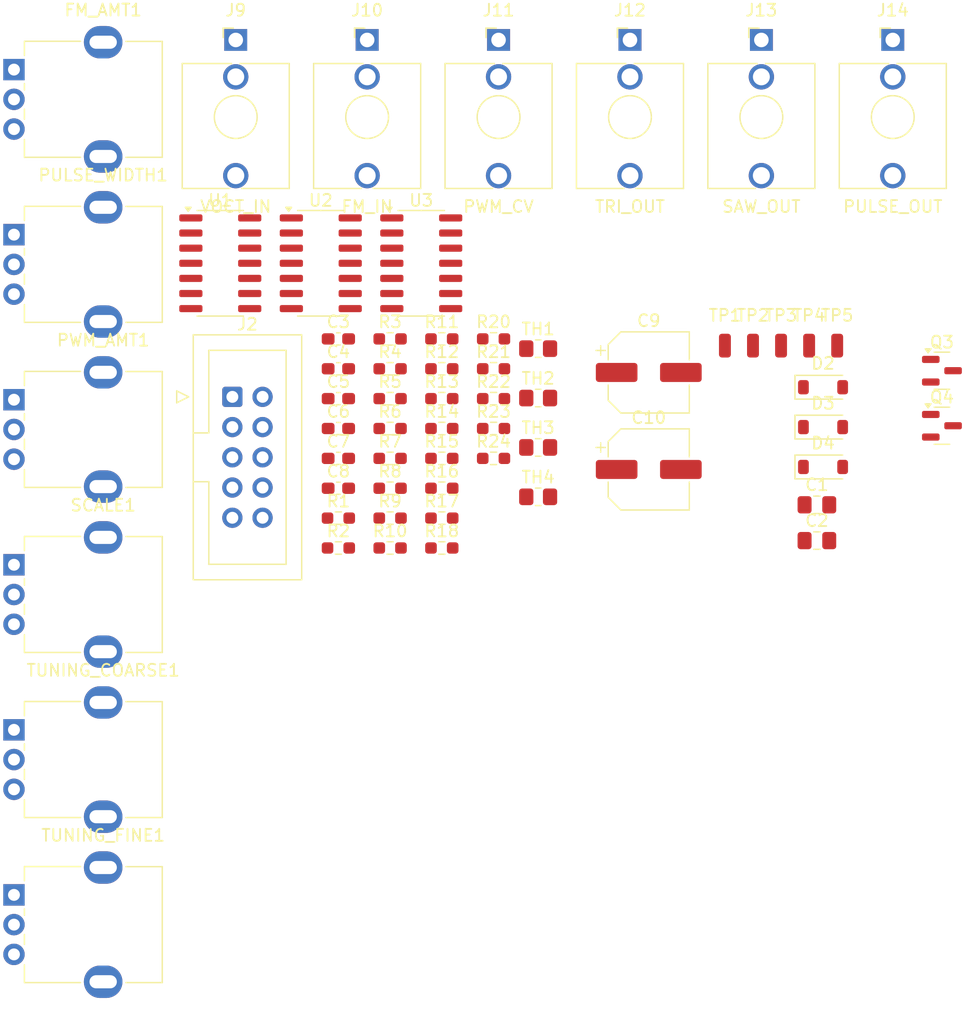
<source format=kicad_pcb>
(kicad_pcb (version 20240108) (generator "pcbnew") (generator_version "8.0")
  (layers (0 "F.Cu" signal) (31 "B.Cu" signal) (34 "B.Paste" user) (35 "F.Paste" user) (36 "B.SilkS" user "B.Silkscreen") (37 "F.SilkS" user "F.Silkscreen") (38 "B.Mask" user) (39 "F.Mask" user) (44 "Edge.Cuts" user))
  (net 0 "")
  (net 1 "Net-(U2B-+)")
  (net 2 "Net-(U2A--)")
  (net 3 "Net-(D2-K)")
  (net 4 "Net-(U3C-+)")
  (net 5 "GND")
  (net 6 "+12V")
  (net 7 "-12V")
  (net 8 "Net-(D3-K)")
  (net 9 "Net-(D2-A)")
  (net 10 "Net-(D3-A)")
  (net 11 "Net-(D4-A)")
  (net 12 "Net-(FM_AMT1-Pad1)")
  (net 13 "Net-(FM_AMT1-Pad3)")
  (net 14 "Net-(J9-PadT)")
  (net 15 "Net-(J9-PadTN)")
  (net 16 "Net-(J10-PadTN)")
  (net 17 "Net-(J10-PadT)")
  (net 18 "Net-(J11-PadTN)")
  (net 19 "Net-(J11-PadT)")
  (net 20 "Net-(J12-PadT)")
  (net 22 "Net-(J13-PadT)")
  (net 25 "Net-(J14-PadT)")
  (net 26 "Net-(PULSE_WIDTH1-Pad2)")
  (net 27 "Net-(PWM_AMT1-Pad1)")
  (net 28 "Net-(R1-Pad1)")
  (net 29 "Net-(R2-Pad1)")
  (net 30 "Net-(R3-Pad2)")
  (net 31 "Net-(R3-Pad1)")
  (net 32 "Net-(R4-Pad2)")
  (net 33 "Net-(R4-Pad1)")
  (net 34 "Net-(R5-Pad1)")
  (net 35 "Net-(U2C--)")
  (net 36 "Net-(U2D-+)")
  (net 37 "Net-(R10-Pad2)")
  (net 38 "Net-(U2D--)")
  (net 39 "Net-(U3B--)")
  (net 40 "Net-(U2B--)")
  (net 41 "Net-(R16-Pad2)")
  (net 42 "Net-(U3C--)")
  (net 43 "Net-(R22-Pad2)")
  (net 49 "Net-(U3D-+)")
  (net 50 "Net-(Q3-B)")
  (net 51 "Net-(Q4-B)")
  (footprint "Diode_SMD:D_SOD-123" (layer "F.Cu") (at 145.5275 81.344)
    (property "Reference" "D2" (at 0 -2 0) (layer "F.SilkS"))
    (property "Value" "1N4148W")
    (pad "1" smd roundrect (at -1.65 0) (size 0.9 1.2) (layers "F.Cu" "F.Paste" "F.Mask") (net 3 "Net-(D2-K)"))
    (pad "2" smd roundrect (at 1.65 0) (size 0.9 1.2) (layers "F.Cu" "F.Paste" "F.Mask") (net 9 "Net-(D2-A)"))
  )
  (footprint "benjiaomodular:Potentiometer_RV09" (layer "F.Cu") (at 77.4925 110.134)
    (property "Reference" "TUNING_COARSE1" (at 7.5 -5 0) (layer "F.SilkS"))
    (property "Value" "B100k")
    (pad "" thru_hole oval (at 7.5 -2.3 90) (size 2.72 3.24) (drill oval 1.1 2.3) (layers "*.Cu" "*.Mask"))
    (pad "" thru_hole oval (at 7.5 7.3 90) (size 2.72 3.24) (drill oval 1.1 2.3) (layers "*.Cu" "*.Mask"))
    (pad "1" thru_hole rect (at 0 0 90) (size 1.8 1.8) (drill 1) (layers "*.Cu" "*.Mask") (net 7 "-12V"))
    (pad "2" thru_hole circle (at 0 2.5 90) (size 1.8 1.8) (drill 1) (layers "*.Cu" "*.Mask") (net 32 "Net-(R4-Pad2)"))
    (pad "3" thru_hole circle (at 0 5 90) (size 1.8 1.8) (drill 1) (layers "*.Cu" "*.Mask") (net 5 "GND"))
  )
  (footprint "benjiaomodular:AudioJack_3.5mm" (layer "F.Cu") (at 151.3925 52.164)
    (property "Reference" "J14" (at 0 -2.5 0) (layer "F.SilkS"))
    (property "Value" "PULSE_OUT" (at 0 14 0) (layer "F.SilkS"))
    (pad "S" thru_hole rect (at 0 0 180) (size 1.93 1.83) (drill 1.22) (layers "*.Cu" "*.Mask") (net 5 "GND"))
    (pad "T" thru_hole circle (at 0 11.4 180) (size 2.13 2.13) (drill 1.43) (layers "*.Cu" "*.Mask") (net 25 "Net-(J14-PadT)"))
    (pad "TN" thru_hole circle (at 0 3.1 180) (size 2.13 2.13) (drill 1.42) (layers "*.Cu" "*.Mask"))
  )
  (footprint "Resistor_SMD:R_0603_1608Metric_Pad0.98x0.95mm_HandSolder" (layer "F.Cu") (at 113.4725 77.284)
    (property "Reference" "R11" (at 0 -1.43 0) (layer "F.SilkS"))
    (property "Value" "100k")
    (pad "1" smd roundrect (at -0.9125 0) (size 0.975 0.95) (layers "F.Cu" "F.Paste" "F.Mask") (net 5 "GND"))
    (pad "2" smd roundrect (at 0.9125 0) (size 0.975 0.95) (layers "F.Cu" "F.Paste" "F.Mask") (net 1 "Net-(U2B-+)"))
  )
  (footprint "Resistor_SMD:R_0603_1608Metric_Pad0.98x0.95mm_HandSolder" (layer "F.Cu") (at 113.4725 94.854)
    (property "Reference" "R18" (at 0 -1.43 0) (layer "F.SilkS"))
    (property "Value" "20k")
    (pad "1" smd roundrect (at -0.9125 0) (size 0.975 0.95) (layers "F.Cu" "F.Paste" "F.Mask") (net 7 "-12V"))
    (pad "2" smd roundrect (at 0.9125 0) (size 0.975 0.95) (layers "F.Cu" "F.Paste" "F.Mask") (net 3 "Net-(D2-K)"))
  )
  (footprint "Connector_Wire:SolderWirePad_1x01_SMD_1x2mm" (layer "F.Cu") (at 141.9975 77.849)
    (property "Reference" "TP3" (at 0 -2.54 0) (layer "F.SilkS"))
    (property "Value" "TestPoint")
    (pad "1" smd roundrect (at 0 0) (size 1 2) (layers "F.Cu" "F.Paste" "F.Mask") (net 18 "Net-(J11-PadTN)"))
  )
  (footprint "Capacitor_SMD:CP_Elec_6.3x4.5" (layer "F.Cu") (at 130.8725 88.254)
    (property "Reference" "C10" (at 0 -4.35 0) (layer "F.SilkS"))
    (property "Value" "100uF")
    (pad "1" smd roundrect (at -2.7 0) (size 3.5 1.6) (layers "F.Cu" "F.Paste" "F.Mask") (roundrect_rratio 0.15625) (net 5 "GND"))
    (pad "2" smd roundrect (at 2.7 0) (size 3.5 1.6) (layers "F.Cu" "F.Paste" "F.Mask") (roundrect_rratio 0.15625) (net 7 "-12V"))
  )
  (footprint "benjiaomodular:AudioJack_3.5mm" (layer "F.Cu") (at 129.2925 52.164)
    (property "Reference" "J12" (at 0 -2.5 0) (layer "F.SilkS"))
    (property "Value" "TRI_OUT" (at 0 14 0) (layer "F.SilkS"))
    (pad "S" thru_hole rect (at 0 0 180) (size 1.93 1.83) (drill 1.22) (layers "*.Cu" "*.Mask") (net 5 "GND"))
    (pad "T" thru_hole circle (at 0 11.4 180) (size 2.13 2.13) (drill 1.43) (layers "*.Cu" "*.Mask") (net 20 "Net-(J12-PadT)"))
    (pad "TN" thru_hole circle (at 0 3.1 180) (size 2.13 2.13) (drill 1.42) (layers "*.Cu" "*.Mask"))
  )
  (footprint "benjiaomodular:Potentiometer_RV09" (layer "F.Cu") (at 77.4925 54.654)
    (property "Reference" "FM_AMT1" (at 7.5 -5 0) (layer "F.SilkS"))
    (property "Value" "BIM")
    (pad "" thru_hole oval (at 7.5 -2.3 90) (size 2.72 3.24) (drill oval 1.1 2.3) (layers "*.Cu" "*.Mask"))
    (pad "" thru_hole oval (at 7.5 7.3 90) (size 2.72 3.24) (drill oval 1.1 2.3) (layers "*.Cu" "*.Mask"))
    (pad "1" thru_hole rect (at 0 0 90) (size 1.8 1.8) (drill 1) (layers "*.Cu" "*.Mask") (net 12 "Net-(FM_AMT1-Pad1)"))
    (pad "2" thru_hole circle (at 0 2.5 90) (size 1.8 1.8) (drill 1) (layers "*.Cu" "*.Mask") (net 12 "Net-(FM_AMT1-Pad1)"))
    (pad "3" thru_hole circle (at 0 5 90) (size 1.8 1.8) (drill 1) (layers "*.Cu" "*.Mask") (net 13 "Net-(FM_AMT1-Pad3)"))
  )
  (footprint "Resistor_SMD:R_0805_2012Metric_Pad1.20x1.40mm_HandSolder" (layer "F.Cu") (at 121.5725 82.254)
    (property "Reference" "TH2" (at 0 -1.65 0) (layer "F.SilkS"))
    (property "Value" "10K NTC")
    (pad "1" smd roundrect (at -1 0) (size 1.2 1.4) (layers "F.Cu" "F.Paste" "F.Mask") (roundrect_rratio 0.208333) (net 12 "Net-(FM_AMT1-Pad1)"))
    (pad "2" smd roundrect (at 1 0) (size 1.2 1.4) (layers "F.Cu" "F.Paste" "F.Mask") (roundrect_rratio 0.208333) (net 33 "Net-(R4-Pad1)"))
  )
  (footprint "Resistor_SMD:R_0603_1608Metric_Pad0.98x0.95mm_HandSolder" (layer "F.Cu") (at 109.1225 92.344)
    (property "Reference" "R9" (at 0 -1.43 0) (layer "F.SilkS"))
    (property "Value" "10k")
    (pad "1" smd roundrect (at -0.9125 0) (size 0.975 0.95) (layers "F.Cu" "F.Paste" "F.Mask") (net 35 "Net-(U2C--)"))
    (pad "2" smd roundrect (at 0.9125 0) (size 0.975 0.95) (layers "F.Cu" "F.Paste" "F.Mask") (net 5 "GND"))
  )
  (footprint "benjiaomodular:AudioJack_3.5mm" (layer "F.Cu") (at 118.2425 52.164)
    (property "Reference" "J11" (at 0 -2.5 0) (layer "F.SilkS"))
    (property "Value" "PWM_CV" (at 0 14 0) (layer "F.SilkS"))
    (pad "S" thru_hole rect (at 0 0 180) (size 1.93 1.83) (drill 1.22) (layers "*.Cu" "*.Mask") (net 5 "GND"))
    (pad "T" thru_hole circle (at 0 11.4 180) (size 2.13 2.13) (drill 1.43) (layers "*.Cu" "*.Mask") (net 19 "Net-(J11-PadT)"))
    (pad "TN" thru_hole circle (at 0 3.1 180) (size 2.13 2.13) (drill 1.42) (layers "*.Cu" "*.Mask") (net 18 "Net-(J11-PadTN)"))
  )
  (footprint "Package_SO:SOIC-14_3.9x8.7mm_P1.27mm" (layer "F.Cu") (at 111.7425 70.929)
    (property "Reference" "U3" (at 0 -5.28 0) (layer "F.SilkS"))
    (property "Value" "TL074")
    (pad "1" smd roundrect (at -2.475 -3.81) (size 1.95 0.6) (layers "F.Cu" "F.Paste" "F.Mask") (net 9 "Net-(D2-A)"))
    (pad "2" smd roundrect (at -2.475 -2.54) (size 1.95 0.6) (layers "F.Cu" "F.Paste" "F.Mask") (net 9 "Net-(D2-A)"))
    (pad "3" smd roundrect (at -2.475 -1.27) (size 1.95 0.6) (layers "F.Cu" "F.Paste" "F.Mask") (net 1 "Net-(U2B-+)"))
    (pad "4" smd roundrect (at -2.475 0) (size 1.95 0.6) (layers "F.Cu" "F.Paste" "F.Mask") (net 6 "+12V"))
    (pad "5" smd roundrect (at -2.475 1.27) (size 1.95 0.6) (layers "F.Cu" "F.Paste" "F.Mask") (net 5 "GND"))
    (pad "6" smd roundrect (at -2.475 2.54) (size 1.95 0.6) (layers "F.Cu" "F.Paste" "F.Mask") (net 39 "Net-(U3B--)"))
    (pad "7" smd roundrect (at -2.475 3.81) (size 1.95 0.6) (layers "F.Cu" "F.Paste" "F.Mask") (net 11 "Net-(D4-A)"))
    (pad "8" smd roundrect (at 2.475 3.81) (size 1.95 0.6) (layers "F.Cu" "F.Paste" "F.Mask") (net 43 "Net-(R22-Pad2)"))
    (pad "9" smd roundrect (at 2.475 2.54) (size 1.95 0.6) (layers "F.Cu" "F.Paste" "F.Mask") (net 42 "Net-(U3C--)"))
    (pad "10" smd roundrect (at 2.475 1.27) (size 1.95 0.6) (layers "F.Cu" "F.Paste" "F.Mask") (net 4 "Net-(U3C-+)"))
    (pad "11" smd roundrect (at 2.475 0) (size 1.95 0.6) (layers "F.Cu" "F.Paste" "F.Mask") (net 7 "-12V"))
    (pad "12" smd roundrect (at 2.475 -1.27) (size 1.95 0.6) (layers "F.Cu" "F.Paste" "F.Mask") (net 49 "Net-(U3D-+)"))
    (pad "13" smd roundrect (at 2.475 -2.54) (size 1.95 0.6) (layers "F.Cu" "F.Paste" "F.Mask") (net 5 "GND"))
    (pad "14" smd roundrect (at 2.475 -3.81) (size 1.95 0.6) (layers "F.Cu" "F.Paste" "F.Mask") (net 49 "Net-(U3D-+)"))
  )
  (footprint "Resistor_SMD:R_0603_1608Metric_Pad0.98x0.95mm_HandSolder" (layer "F.Cu") (at 113.4725 79.794)
    (property "Reference" "R12" (at 0 -1.43 0) (layer "F.SilkS"))
    (property "Value" "1k")
    (pad "1" smd roundrect (at -0.9125 0) (size 0.975 0.95) (layers "F.Cu" "F.Paste" "F.Mask") (net 38 "Net-(U2D--)"))
    (pad "2" smd roundrect (at 0.9125 0) (size 0.975 0.95) (layers "F.Cu" "F.Paste" "F.Mask") (net 25 "Net-(J14-PadT)"))
  )
  (footprint "Resistor_SMD:R_0603_1608Metric_Pad0.98x0.95mm_HandSolder" (layer "F.Cu") (at 117.8225 84.814)
    (property "Reference" "R23" (at 0 -1.43 0) (layer "F.SilkS"))
    (property "Value" "1k")
    (pad "1" smd roundrect (at -0.9125 0) (size 0.975 0.95) (layers "F.Cu" "F.Paste" "F.Mask") (net 43 "Net-(R22-Pad2)"))
    (pad "2" smd roundrect (at 0.9125 0) (size 0.975 0.95) (layers "F.Cu" "F.Paste" "F.Mask") (net 20 "Net-(J12-PadT)"))
  )
  (footprint "Capacitor_SMD:C_0603_1608Metric_Pad1.08x0.95mm_HandSolder" (layer "F.Cu") (at 104.7725 89.834)
    (property "Reference" "C8" (at 0 -1.43 0) (layer "F.SilkS"))
    (property "Value" "2.2nF")
    (pad "1" smd roundrect (at -0.8625 0) (size 1.075 0.95) (layers "F.Cu" "F.Paste" "F.Mask") (net 8 "Net-(D3-K)"))
    (pad "2" smd roundrect (at 0.8625 0) (size 1.075 0.95) (layers "F.Cu" "F.Paste" "F.Mask") (net 5 "GND"))
  )
  (footprint "Resistor_SMD:R_0603_1608Metric_Pad0.98x0.95mm_HandSolder" (layer "F.Cu") (at 117.8225 87.324)
    (property "Reference" "R24" (at 0 -1.43 0) (layer "F.SilkS"))
    (property "Value" "68k")
    (pad "1" smd roundrect (at -0.9125 0) (size 0.975 0.95) (layers "F.Cu" "F.Paste" "F.Mask") (net 36 "Net-(U2D-+)"))
    (pad "2" smd roundrect (at 0.9125 0) (size 0.975 0.95) (layers "F.Cu" "F.Paste" "F.Mask") (net 5 "GND"))
  )
  (footprint "Diode_SMD:D_SOD-123" (layer "F.Cu") (at 145.5275 84.694)
    (property "Reference" "D3" (at 0 -2 0) (layer "F.SilkS"))
    (property "Value" "1N4148W")
    (pad "1" smd roundrect (at -1.65 0) (size 0.9 1.2) (layers "F.Cu" "F.Paste" "F.Mask") (net 8 "Net-(D3-K)"))
    (pad "2" smd roundrect (at 1.65 0) (size 0.9 1.2) (layers "F.Cu" "F.Paste" "F.Mask") (net 10 "Net-(D3-A)"))
  )
  (footprint "Capacitor_SMD:C_0805_2012Metric_Pad1.18x1.45mm_HandSolder" (layer "F.Cu") (at 145.0125 94.234)
    (property "Reference" "C2" (at 0 -1.68 0) (layer "F.SilkS"))
    (property "Value" "1uF")
    (pad "1" smd roundrect (at -1.0375 0) (size 1.175 1.45) (layers "F.Cu" "F.Paste" "F.Mask") (roundrect_rratio 0.212766) (net 3 "Net-(D2-K)"))
    (pad "2" smd roundrect (at 1.0375 0) (size 1.175 1.45) (layers "F.Cu" "F.Paste" "F.Mask") (roundrect_rratio 0.212766) (net 4 "Net-(U3C-+)"))
  )
  (footprint "Resistor_SMD:R_0603_1608Metric_Pad0.98x0.95mm_HandSolder" (layer "F.Cu") (at 104.7725 94.854)
    (property "Reference" "R2" (at 0 -1.43 0) (layer "F.SilkS"))
    (property "Value" "100k")
    (pad "1" smd roundrect (at -0.9125 0) (size 0.975 0.95) (layers "F.Cu" "F.Paste" "F.Mask") (net 29 "Net-(R2-Pad1)"))
    (pad "2" smd roundrect (at 0.9125 0) (size 0.975 0.95) (layers "F.Cu" "F.Paste" "F.Mask") (net 14 "Net-(J9-PadT)"))
  )
  (footprint "Connector_Wire:SolderWirePad_1x01_SMD_1x2mm" (layer "F.Cu") (at 139.6375 77.849)
    (property "Reference" "TP2" (at 0 -2.54 0) (layer "F.SilkS"))
    (property "Value" "TestPoint")
    (pad "1" smd roundrect (at 0 0) (size 1 2) (layers "F.Cu" "F.Paste" "F.Mask") (net 16 "Net-(J10-PadTN)"))
  )
  (footprint "Resistor_SMD:R_0603_1608Metric_Pad0.98x0.95mm_HandSolder" (layer "F.Cu") (at 117.8225 77.284)
    (property "Reference" "R20" (at 0 -1.43 0) (layer "F.SilkS"))
    (property "Value" "200k")
    (pad "1" smd roundrect (at -0.9125 0) (size 0.975 0.95) (layers "F.Cu" "F.Paste" "F.Mask") (net 5 "GND"))
    (pad "2" smd roundrect (at 0.9125 0) (size 0.975 0.95) (layers "F.Cu" "F.Paste" "F.Mask") (net 4 "Net-(U3C-+)"))
  )
  (footprint "Connector_Wire:SolderWirePad_1x01_SMD_1x2mm" (layer "F.Cu") (at 146.7175 77.849)
    (property "Reference" "TP5" (at 0 -2.54 0) (layer "F.SilkS"))
    (property "Value" "TestPoint")
    (pad "1" smd roundrect (at 0 0) (size 1 2) (layers "F.Cu" "F.Paste" "F.Mask") (net 1 "Net-(U2B-+)"))
  )
  (footprint "Resistor_SMD:R_0603_1608Metric_Pad0.98x0.95mm_HandSolder" (layer "F.Cu") (at 109.1225 87.324)
    (property "Reference" "R7" (at 0 -1.43 0) (layer "F.SilkS"))
    (property "Value" "100k")
    (pad "1" smd roundrect (at -0.9125 0) (size 0.975 0.95) (layers "F.Cu" "F.Paste" "F.Mask") (net 35 "Net-(U2C--)"))
    (pad "2" smd roundrect (at 0.9125 0) (size 0.975 0.95) (layers "F.Cu" "F.Paste" "F.Mask") (net 26 "Net-(PULSE_WIDTH1-Pad2)"))
  )
  (footprint "Resistor_SMD:R_0603_1608Metric_Pad0.98x0.95mm_HandSolder" (layer "F.Cu") (at 109.1225 89.834)
    (property "Reference" "R8" (at 0 -1.43 0) (layer "F.SilkS"))
    (property "Value" "20k")
    (pad "1" smd roundrect (at -0.9125 0) (size 0.975 0.95) (layers "F.Cu" "F.Paste" "F.Mask") (net 35 "Net-(U2C--)"))
    (pad "2" smd roundrect (at 0.9125 0) (size 0.975 0.95) (layers "F.Cu" "F.Paste" "F.Mask") (net 27 "Net-(PWM_AMT1-Pad1)"))
  )
  (footprint "benjiaomodular:AudioJack_3.5mm" (layer "F.Cu") (at 96.1425 52.164)
    (property "Reference" "J9" (at 0 -2.5 0) (layer "F.SilkS"))
    (property "Value" "VOCT_IN" (at 0 14 0) (layer "F.SilkS"))
    (pad "S" thru_hole rect (at 0 0 180) (size 1.93 1.83) (drill 1.22) (layers "*.Cu" "*.Mask") (net 5 "GND"))
    (pad "T" thru_hole circle (at 0 11.4 180) (size 2.13 2.13) (drill 1.43) (layers "*.Cu" "*.Mask") (net 14 "Net-(J9-PadT)"))
    (pad "TN" thru_hole circle (at 0 3.1 180) (size 2.13 2.13) (drill 1.42) (layers "*.Cu" "*.Mask") (net 15 "Net-(J9-PadTN)"))
  )
  (footprint "benjiaomodular:Potentiometer_RV09" (layer "F.Cu") (at 77.4925 68.524)
    (property "Reference" "PULSE_WIDTH1" (at 7.5 -5 0) (layer "F.SilkS"))
    (property "Value" "B100k")
    (pad "" thru_hole oval (at 7.5 -2.3 90) (size 2.72 3.24) (drill oval 1.1 2.3) (layers "*.Cu" "*.Mask"))
    (pad "" thru_hole oval (at 7.5 7.3 90) (size 2.72 3.24) (drill oval 1.1 2.3) (layers "*.Cu" "*.Mask"))
    (pad "1" thru_hole rect (at 0 0 90) (size 1.8 1.8) (drill 1) (layers "*.Cu" "*.Mask") (net 7 "-12V"))
    (pad "2" thru_hole circle (at 0 2.5 90) (size 1.8 1.8) (drill 1) (layers "*.Cu" "*.Mask") (net 26 "Net-(PULSE_WIDTH1-Pad2)"))
    (pad "3" thru_hole circle (at 0 5 90) (size 1.8 1.8) (drill 1) (layers "*.Cu" "*.Mask") (net 6 "+12V"))
  )
  (footprint "Resistor_SMD:R_0805_2012Metric_Pad1.20x1.40mm_HandSolder" (layer "F.Cu") (at 121.5725 90.554)
    (property "Reference" "TH4" (at 0 -1.65 0) (layer "F.SilkS"))
    (property "Value" "10K NTC")
    (pad "1" smd roundrect (at -1 0) (size 1.2 1.4) (layers "F.Cu" "F.Paste" "F.Mask") (roundrect_rratio 0.208333) (net 12 "Net-(FM_AMT1-Pad1)"))
    (pad "2" smd roundrect (at 1 0) (size 1.2 1.4) (layers "F.Cu" "F.Paste" "F.Mask") (roundrect_rratio 0.208333) (net 29 "Net-(R2-Pad1)"))
  )
  (footprint "Capacitor_SMD:C_0603_1608Metric_Pad1.08x0.95mm_HandSolder" (layer "F.Cu") (at 104.7725 87.324)
    (property "Reference" "C7" (at 0 -1.43 0) (layer "F.SilkS"))
    (property "Value" "100nF")
    (pad "1" smd roundrect (at -0.8625 0) (size 1.075 0.95) (layers "F.Cu" "F.Paste" "F.Mask") (net 5 "GND"))
    (pad "2" smd roundrect (at 0.8625 0) (size 1.075 0.95) (layers "F.Cu" "F.Paste" "F.Mask") (net 7 "-12V"))
  )
  (footprint "Resistor_SMD:R_0603_1608Metric_Pad0.98x0.95mm_HandSolder" (layer "F.Cu") (at 104.7725 92.344)
    (property "Reference" "R1" (at 0 -1.43 0) (layer "F.SilkS"))
    (property "Value" "100k")
    (pad "1" smd roundrect (at -0.9125 0) (size 0.975 0.95) (layers "F.Cu" "F.Paste" "F.Mask") (net 28 "Net-(R1-Pad1)"))
    (pad "2" smd roundrect (at 0.9125 0) (size 0.975 0.95) (layers "F.Cu" "F.Paste" "F.Mask") (net 17 "Net-(J10-PadT)"))
  )
  (footprint "Resistor_SMD:R_0603_1608Metric_Pad0.98x0.95mm_HandSolder" (layer "F.Cu") (at 109.1225 82.304)
    (property "Reference" "R5" (at 0 -1.43 0) (layer "F.SilkS"))
    (property "Value" "1K5")
    (pad "1" smd roundrect (at -0.9125 0) (size 0.975 0.95) (layers "F.Cu" "F.Paste" "F.Mask") (net 34 "Net-(R5-Pad1)"))
    (pad "2" smd roundrect (at 0.9125 0) (size 0.975 0.95) (layers "F.Cu" "F.Paste" "F.Mask") (net 51 "Net-(Q4-B)"))
  )
  (footprint "Connector_Wire:SolderWirePad_1x01_SMD_1x2mm" (layer "F.Cu") (at 137.2775 77.849)
    (property "Reference" "TP1" (at 0 -2.54 0) (layer "F.SilkS"))
    (property "Value" "TestPoint")
    (pad "1" smd roundrect (at 0 0) (size 1 2) (layers "F.Cu" "F.Paste" "F.Mask") (net 15 "Net-(J9-PadTN)"))
  )
  (footprint "Capacitor_SMD:C_0603_1608Metric_Pad1.08x0.95mm_HandSolder" (layer "F.Cu") (at 104.7725 79.794)
    (property "Reference" "C4" (at 0 -1.43 0) (layer "F.SilkS"))
    (property "Value" "100nF")
    (pad "1" smd roundrect (at -0.8625 0) (size 1.075 0.95) (layers "F.Cu" "F.Paste" "F.Mask") (net 6 "+12V"))
    (pad "2" smd roundrect (at 0.8625 0) (size 1.075 0.95) (layers "F.Cu" "F.Paste" "F.Mask") (net 5 "GND"))
  )
  (footprint "Resistor_SMD:R_0603_1608Metric_Pad0.98x0.95mm_HandSolder" (layer "F.Cu") (at 113.4725 92.344)
    (property "Reference" "R17" (at 0 -1.43 0) (layer "F.SilkS"))
    (property "Value" "1k")
    (pad "1" smd roundrect (at -0.9125 0) (size 0.975 0.95) (layers "F.Cu" "F.Paste" "F.Mask") (net 41 "Net-(R16-Pad2)"))
    (pad "2" smd roundrect (at 0.9125 0) (size 0.975 0.95) (layers "F.Cu" "F.Paste" "F.Mask") (net 22 "Net-(J13-PadT)"))
  )
  (footprint "Capacitor_SMD:C_0603_1608Metric_Pad1.08x0.95mm_HandSolder" (layer "F.Cu") (at 104.7725 77.284)
    (property "Reference" "C3" (at 0 -1.43 0) (layer "F.SilkS"))
    (property "Value" "100nF")
    (pad "1" smd roundrect (at -0.8625 0) (size 1.075 0.95) (layers "F.Cu" "F.Paste" "F.Mask") (net 6 "+12V"))
    (pad "2" smd roundrect (at 0.8625 0) (size 1.075 0.95) (layers "F.Cu" "F.Paste" "F.Mask") (net 5 "GND"))
  )
  (footprint "Resistor_SMD:R_0603_1608Metric_Pad0.98x0.95mm_HandSolder" (layer "F.Cu") (at 113.4725 82.304)
    (property "Reference" "R13" (at 0 -1.43 0) (layer "F.SilkS"))
    (property "Value" "10k")
    (pad "1" smd roundrect (at -0.9125 0) (size 0.975 0.95) (layers "F.Cu" "F.Paste" "F.Mask") (net 39 "Net-(U3B--)"))
    (pad "2" smd roundrect (at 0.9125 0) (size 0.975 0.95) (layers "F.Cu" "F.Paste" "F.Mask") (net 9 "Net-(D2-A)"))
  )
  (footprint "Package_TO_SOT_SMD:SOT-23" (layer "F.Cu") (at 155.5265 79.957)
    (property "Reference" "Q3" (at 0 -2.4 0) (layer "F.SilkS"))
    (property "Value" "BC848")
    (pad "1" smd roundrect (at -0.9375 -0.95) (size 1.475 0.6) (layers "F.Cu" "F.Paste" "F.Mask") (net 50 "Net-(Q3-B)"))
    (pad "2" smd roundrect (at -0.9375 0.95) (size 1.475 0.6) (layers "F.Cu" "F.Paste" "F.Mask") (net 5 "GND"))
    (pad "3" smd roundrect (at 0.9375 0) (size 1.475 0.6) (layers "F.Cu" "F.Paste" "F.Mask") (net 8 "Net-(D3-K)"))
  )
  (footprint "Resistor_SMD:R_0603_1608Metric_Pad0.98x0.95mm_HandSolder" (layer "F.Cu") (at 113.4725 87.324)
    (property "Reference" "R15" (at 0 -1.43 0) (layer "F.SilkS"))
    (property "Value" "10k")
    (pad "1" smd roundrect (at -0.9125 0) (size 0.975 0.95) (layers "F.Cu" "F.Paste" "F.Mask") (net 11 "Net-(D4-A)"))
    (pad "2" smd roundrect (at 0.9125 0) (size 0.975 0.95) (layers "F.Cu" "F.Paste" "F.Mask") (net 39 "Net-(U3B--)"))
  )
  (footprint "Package_SO:SOIC-14_3.9x8.7mm_P1.27mm" (layer "F.Cu") (at 103.2925 70.929)
    (property "Reference" "U2" (at 0 -5.28 0) (layer "F.SilkS"))
    (property "Value" "TL074")
    (pad "1" smd roundrect (at -2.475 -3.81) (size 1.95 0.6) (layers "F.Cu" "F.Paste" "F.Mask") (net 2 "Net-(U2A--)"))
    (pad "2" smd roundrect (at -2.475 -2.54) (size 1.95 0.6) (layers "F.Cu" "F.Paste" "F.Mask") (net 2 "Net-(U2A--)"))
    (pad "3" smd roundrect (at -2.475 -1.27) (size 1.95 0.6) (layers "F.Cu" "F.Paste" "F.Mask") (net 8 "Net-(D3-K)"))
    (pad "4" smd roundrect (at -2.475 0) (size 1.95 0.6) (layers "F.Cu" "F.Paste" "F.Mask") (net 6 "+12V"))
    (pad "5" smd roundrect (at -2.475 1.27) (size 1.95 0.6) (layers "F.Cu" "F.Paste" "F.Mask") (net 1 "Net-(U2B-+)"))
    (pad "6" smd roundrect (at -2.475 2.54) (size 1.95 0.6) (layers "F.Cu" "F.Paste" "F.Mask") (net 40 "Net-(U2B--)"))
    (pad "7" smd roundrect (at -2.475 3.81) (size 1.95 0.6) (layers "F.Cu" "F.Paste" "F.Mask") (net 41 "Net-(R16-Pad2)"))
    (pad "8" smd roundrect (at 2.475 3.81) (size 1.95 0.6) (layers "F.Cu" "F.Paste" "F.Mask") (net 37 "Net-(R10-Pad2)"))
    (pad "9" smd roundrect (at 2.475 2.54) (size 1.95 0.6) (layers "F.Cu" "F.Paste" "F.Mask") (net 35 "Net-(U2C--)"))
    (pad "10" smd roundrect (at 2.475 1.27) (size 1.95 0.6) (layers "F.Cu" "F.Paste" "F.Mask") (net 1 "Net-(U2B-+)"))
    (pad "11" smd roundrect (at 2.475 0) (size 1.95 0.6) (layers "F.Cu" "F.Paste" "F.Mask") (net 7 "-12V"))
    (pad "12" smd roundrect (at 2.475 -1.27) (size 1.95 0.6) (layers "F.Cu" "F.Paste" "F.Mask") (net 36 "Net-(U2D-+)"))
    (pad "13" smd roundrect (at 2.475 -2.54) (size 1.95 0.6) (layers "F.Cu" "F.Paste" "F.Mask") (net 38 "Net-(U2D--)"))
    (pad "14" smd roundrect (at 2.475 -3.81) (size 1.95 0.6) (layers "F.Cu" "F.Paste" "F.Mask") (net 38 "Net-(U2D--)"))
  )
  (footprint "benjiaomodular:Potentiometer_RV09" (layer "F.Cu") (at 77.4925 124.004)
    (property "Reference" "TUNING_FINE1" (at 7.5 -5 0) (layer "F.SilkS"))
    (property "Value" "B100k")
    (pad "" thru_hole oval (at 7.5 -2.3 90) (size 2.72 3.24) (drill oval 1.1 2.3) (layers "*.Cu" "*.Mask"))
    (pad "" thru_hole oval (at 7.5 7.3 90) (size 2.72 3.24) (drill oval 1.1 2.3) (layers "*.Cu" "*.Mask"))
    (pad "1" thru_hole rect (at 0 0 90) (size 1.8 1.8) (drill 1) (layers "*.Cu" "*.Mask") (net 7 "-12V"))
    (pad "2" thru_hole circle (at 0 2.5 90) (size 1.8 1.8) (drill 1) (layers "*.Cu" "*.Mask") (net 30 "Net-(R3-Pad2)"))
    (pad "3" thru_hole circle (at 0 5 90) (size 1.8 1.8) (drill 1) (layers "*.Cu" "*.Mask") (net 5 "GND"))
  )
  (footprint "Connector_Wire:SolderWirePad_1x01_SMD_1x2mm" (layer "F.Cu") (at 144.3575 77.849)
    (property "Reference" "TP4" (at 0 -2.54 0) (layer "F.SilkS"))
    (property "Value" "TestPoint")
    (pad "1" smd roundrect (at 0 0) (size 1 2) (layers "F.Cu" "F.Paste" "F.Mask") (net 8 "Net-(D3-K)"))
  )
  (footprint "Resistor_SMD:R_0603_1608Metric_Pad0.98x0.95mm_HandSolder" (layer "F.Cu") (at 113.4725 84.814)
    (property "Reference" "R14" (at 0 -1.43 0) (layer "F.SilkS"))
    (property "Value" "33k")
    (pad "1" smd roundrect (at -0.9125 0) (size 0.975 0.95) (layers "F.Cu" "F.Paste" "F.Mask") (net 40 "Net-(U2B--)"))
    (pad "2" smd roundrect (at 0.9125 0) (size 0.975 0.95) (layers "F.Cu" "F.Paste" "F.Mask") (net 5 "GND"))
  )
  (footprint "benjiaomodular:Potentiometer_RV09" (layer "F.Cu") (at 77.4925 82.394)
    (property "Reference" "PWM_AMT1" (at 7.5 -5 0) (layer "F.SilkS"))
    (property "Value" "B100k")
    (pad "" thru_hole oval (at 7.5 -2.3 90) (size 2.72 3.24) (drill oval 1.1 2.3) (layers "*.Cu" "*.Mask"))
    (pad "" thru_hole oval (at 7.5 7.3 90) (size 2.72 3.24) (drill oval 1.1 2.3) (layers "*.Cu" "*.Mask"))
    (pad "1" thru_hole rect (at 0 0 90) (size 1.8 1.8) (drill 1) (layers "*.Cu" "*.Mask") (net 27 "Net-(PWM_AMT1-Pad1)"))
    (pad "2" thru_hole circle (at 0 2.5 90) (size 1.8 1.8) (drill 1) (layers "*.Cu" "*.Mask") (net 27 "Net-(PWM_AMT1-Pad1)"))
    (pad "3" thru_hole circle (at 0 5 90) (size 1.8 1.8) (drill 1) (layers "*.Cu" "*.Mask") (net 19 "Net-(J11-PadT)"))
  )
  (footprint "Resistor_SMD:R_0603_1608Metric_Pad0.98x0.95mm_HandSolder" (layer "F.Cu") (at 109.1225 94.854)
    (property "Reference" "R10" (at 0 -1.43 0) (layer "F.SilkS"))
    (property "Value" "100k")
    (pad "1" smd roundrect (at -0.9125 0) (size 0.975 0.95) (layers "F.Cu" "F.Paste" "F.Mask") (net 36 "Net-(U2D-+)"))
    (pad "2" smd roundrect (at 0.9125 0) (size 0.975 0.95) (layers "F.Cu" "F.Paste" "F.Mask") (net 37 "Net-(R10-Pad2)"))
  )
  (footprint "benjiaomodular:AudioJack_3.5mm" (layer "F.Cu") (at 140.3425 52.164)
    (property "Reference" "J13" (at 0 -2.5 0) (layer "F.SilkS"))
    (property "Value" "SAW_OUT" (at 0 14 0) (layer "F.SilkS"))
    (pad "S" thru_hole rect (at 0 0 180) (size 1.93 1.83) (drill 1.22) (layers "*.Cu" "*.Mask") (net 5 "GND"))
    (pad "T" thru_hole circle (at 0 11.4 180) (size 2.13 2.13) (drill 1.43) (layers "*.Cu" "*.Mask") (net 22 "Net-(J13-PadT)"))
    (pad "TN" thru_hole circle (at 0 3.1 180) (size 2.13 2.13) (drill 1.42) (layers "*.Cu" "*.Mask"))
  )
  (footprint "Capacitor_SMD:C_0805_2012Metric_Pad1.18x1.45mm_HandSolder" (layer "F.Cu") (at 145.0125 91.224)
    (property "Reference" "C1" (at 0 -1.68 0) (layer "F.SilkS"))
    (property "Value" "1uF")
    (pad "1" smd roundrect (at -1.0375 0) (size 1.175 1.45) (layers "F.Cu" "F.Paste" "F.Mask") (roundrect_rratio 0.212766) (net 2 "Net-(U2A--)"))
    (pad "2" smd roundrect (at 1.0375 0) (size 1.175 1.45) (layers "F.Cu" "F.Paste" "F.Mask") (roundrect_rratio 0.212766) (net 1 "Net-(U2B-+)"))
  )
  (footprint "Connector_IDC:IDC-Header_2x05_P2.54mm_Vertical" (layer "F.Cu") (at 95.8575 82.154)
    (property "Reference" "J2" (at 1.27 -6.1 0) (layer "F.SilkS"))
    (property "Value" "Conn_01x10_Pin")
    (pad "1" thru_hole roundrect (at 0 0) (size 1.7 1.7) (drill 1) (layers "*.Cu" "*.Mask") (roundrect_rratio 0.147059) (net 7 "-12V"))
    (pad "2" thru_hole circle (at 2.54 0) (size 1.7 1.7) (drill 1) (layers "*.Cu" "*.Mask") (net 7 "-12V"))
    (pad "3" thru_hole circle (at 0 2.54) (size 1.7 1.7) (drill 1) (layers "*.Cu" "*.Mask") (net 5 "GND"))
    (pad "4" thru_hole circle (at 2.54 2.54) (size 1.7 1.7) (drill 1) (layers "*.Cu" "*.Mask") (net 5 "GND"))
    (pad "5" thru_hole circle (at 0 5.08) (size 1.7 1.7) (drill 1) (layers "*.Cu" "*.Mask") (net 5 "GND"))
    (pad "6" thru_hole circle (at 2.54 5.08) (size 1.7 1.7) (drill 1) (layers "*.Cu" "*.Mask") (net 5 "GND"))
    (pad "7" thru_hole circle (at 0 7.62) (size 1.7 1.7) (drill 1) (layers "*.Cu" "*.Mask") (net 5 "GND"))
    (pad "8" thru_hole circle (at 2.54 7.62) (size 1.7 1.7) (drill 1) (layers "*.Cu" "*.Mask") (net 5 "GND"))
    (pad "9" thru_hole circle (at 0 10.16) (size 1.7 1.7) (drill 1) (layers "*.Cu" "*.Mask") (net 6 "+12V"))
    (pad "10" thru_hole circle (at 2.54 10.16) (size 1.7 1.7) (drill 1) (layers "*.Cu" "*.Mask") (net 6 "+12V"))
  )
  (footprint "benjiaomodular:Potentiometer_RV09" (layer "F.Cu") (at 77.4925 96.264)
    (property "Reference" "SCALE1" (at 7.5 -5 0) (layer "F.SilkS"))
    (property "Value" "B1k")
    (pad "" thru_hole oval (at 7.5 -2.3 90) (size 2.72 3.24) (drill oval 1.1 2.3) (layers "*.Cu" "*.Mask"))
    (pad "" thru_hole oval (at 7.5 7.3 90) (size 2.72 3.24) (drill oval 1.1 2.3) (layers "*.Cu" "*.Mask"))
    (pad "1" thru_hole rect (at 0 0 90) (size 1.8 1.8) (drill 1) (layers "*.Cu" "*.Mask") (net 34 "Net-(R5-Pad1)"))
    (pad "2" thru_hole circle (at 0 2.5 90) (size 1.8 1.8) (drill 1) (layers "*.Cu" "*.Mask") (net 5 "GND"))
    (pad "3" thru_hole circle (at 0 5 90) (size 1.8 1.8) (drill 1) (layers "*.Cu" "*.Mask"))
  )
  (footprint "Resistor_SMD:R_0603_1608Metric_Pad0.98x0.95mm_HandSolder" (layer "F.Cu") (at 117.8225 79.794)
    (property "Reference" "R21" (at 0 -1.43 0) (layer "F.SilkS"))
    (property "Value" "10k")
    (pad "1" smd roundrect (at -0.9125 0) (size 0.975 0.95) (layers "F.Cu" "F.Paste" "F.Mask") (net 42 "Net-(U3C--)"))
    (pad "2" smd roundrect (at 0.9125 0) (size 0.975 0.95) (layers "F.Cu" "F.Paste" "F.Mask") (net 5 "GND"))
  )
  (footprint "Package_TO_SOT_SMD:SOT-23" (layer "F.Cu") (at 155.5265 84.582)
    (property "Reference" "Q4" (at 0 -2.4 0) (layer "F.SilkS"))
    (property "Value" "BC858")
    (pad "1" smd roundrect (at -0.9375 -0.95) (size 1.475 0.6) (layers "F.Cu" "F.Paste" "F.Mask") (net 51 "Net-(Q4-B)"))
    (pad "2" smd roundrect (at -0.9375 0.95) (size 1.475 0.6) (layers "F.Cu" "F.Paste" "F.Mask") (net 50 "Net-(Q3-B)"))
    (pad "3" smd roundrect (at 0.9375 0) (size 1.475 0.6) (layers "F.Cu" "F.Paste" "F.Mask") (net 7 "-12V"))
  )
  (footprint "Resistor_SMD:R_0603_1608Metric_Pad0.98x0.95mm_HandSolder" (layer "F.Cu") (at 109.1225 77.284)
    (property "Reference" "R3" (at 0 -1.43 0) (layer "F.SilkS"))
    (property "Value" "1M")
    (pad "1" smd roundrect (at -0.9125 0) (size 0.975 0.95) (layers "F.Cu" "F.Paste" "F.Mask") (net 31 "Net-(R3-Pad1)"))
    (pad "2" smd roundrect (at 0.9125 0) (size 0.975 0.95) (layers "F.Cu" "F.Paste" "F.Mask") (net 30 "Net-(R3-Pad2)"))
  )
  (footprint "Package_SO:SOIC-14_3.9x8.7mm_P1.27mm" (layer "F.Cu") (at 94.8425 70.929)
    (property "Reference" "U1" (at 0 -5.28 0) (layer "F.SilkS"))
    (property "Value" "40106")
    (pad "1" smd roundrect (at -2.475 -3.81) (size 1.95 0.6) (layers "F.Cu" "F.Paste" "F.Mask") (net 8 "Net-(D3-K)"))
    (pad "2" smd roundrect (at -2.475 -2.54) (size 1.95 0.6) (layers "F.Cu" "F.Paste" "F.Mask") (net 10 "Net-(D3-A)"))
    (pad "3" smd roundrect (at -2.475 -1.27) (size 1.95 0.6) (layers "F.Cu" "F.Paste" "F.Mask") (net 5 "GND"))
    (pad "4" smd roundrect (at -2.475 0) (size 1.95 0.6) (layers "F.Cu" "F.Paste" "F.Mask"))
    (pad "5" smd roundrect (at -2.475 1.27) (size 1.95 0.6) (layers "F.Cu" "F.Paste" "F.Mask") (net 5 "GND"))
    (pad "6" smd roundrect (at -2.475 2.54) (size 1.95 0.6) (layers "F.Cu" "F.Paste" "F.Mask"))
    (pad "7" smd roundrect (at -2.475 3.81) (size 1.95 0.6) (layers "F.Cu" "F.Paste" "F.Mask") (net 5 "GND"))
    (pad "8" smd roundrect (at 2.475 3.81) (size 1.95 0.6) (layers "F.Cu" "F.Paste" "F.Mask"))
    (pad "9" smd roundrect (at 2.475 2.54) (size 1.95 0.6) (layers "F.Cu" "F.Paste" "F.Mask") (net 5 "GND"))
    (pad "10" smd roundrect (at 2.475 1.27) (size 1.95 0.6) (layers "F.Cu" "F.Paste" "F.Mask"))
    (pad "11" smd roundrect (at 2.475 0) (size 1.95 0.6) (layers "F.Cu" "F.Paste" "F.Mask") (net 5 "GND"))
    (pad "12" smd roundrect (at 2.475 -1.27) (size 1.95 0.6) (layers "F.Cu" "F.Paste" "F.Mask"))
    (pad "13" smd roundrect (at 2.475 -2.54) (size 1.95 0.6) (layers "F.Cu" "F.Paste" "F.Mask") (net 5 "GND"))
    (pad "14" smd roundrect (at 2.475 -3.81) (size 1.95 0.6) (layers "F.Cu" "F.Paste" "F.Mask") (net 6 "+12V"))
  )
  (footprint "Resistor_SMD:R_0603_1608Metric_Pad0.98x0.95mm_HandSolder" (layer "F.Cu") (at 113.4725 89.834)
    (property "Reference" "R16" (at 0 -1.43 0) (layer "F.SilkS"))
    (property "Value" "100k")
    (pad "1" smd roundrect (at -0.9125 0) (size 0.975 0.95) (layers "F.Cu" "F.Paste" "F.Mask") (net 40 "Net-(U2B--)"))
    (pad "2" smd roundrect (at 0.9125 0) (size 0.975 0.95) (layers "F.Cu" "F.Paste" "F.Mask") (net 41 "Net-(R16-Pad2)"))
  )
  (footprint "Resistor_SMD:R_0603_1608Metric_Pad0.98x0.95mm_HandSolder" (layer "F.Cu") (at 117.8225 82.304)
    (property "Reference" "R22" (at 0 -1.43 0) (layer "F.SilkS"))
    (property "Value" "100k")
    (pad "1" smd roundrect (at -0.9125 0) (size 0.975 0.95) (layers "F.Cu" "F.Paste" "F.Mask") (net 42 "Net-(U3C--)"))
    (pad "2" smd roundrect (at 0.9125 0) (size 0.975 0.95) (layers "F.Cu" "F.Paste" "F.Mask") (net 43 "Net-(R22-Pad2)"))
  )
  (footprint "Resistor_SMD:R_0603_1608Metric_Pad0.98x0.95mm_HandSolder" (layer "F.Cu") (at 109.1225 79.794)
    (property "Reference" "R4" (at 0 -1.43 0) (layer "F.SilkS"))
    (property "Value" "100k")
    (pad "1" smd roundrect (at -0.9125 0) (size 0.975 0.95) (layers "F.Cu" "F.Paste" "F.Mask") (net 33 "Net-(R4-Pad1)"))
    (pad "2" smd roundrect (at 0.9125 0) (size 0.975 0.95) (layers "F.Cu" "F.Paste" "F.Mask") (net 32 "Net-(R4-Pad2)"))
  )
  (footprint "Capacitor_SMD:C_0603_1608Metric_Pad1.08x0.95mm_HandSolder" (layer "F.Cu") (at 104.7725 82.304)
    (property "Reference" "C5" (at 0 -1.43 0) (layer "F.SilkS"))
    (property "Value" "100nF")
    (pad "1" smd roundrect (at -0.8625 0) (size 1.075 0.95) (layers "F.Cu" "F.Paste" "F.Mask") (net 5 "GND"))
    (pad "2" smd roundrect (at 0.8625 0) (size 1.075 0.95) (layers "F.Cu" "F.Paste" "F.Mask") (net 7 "-12V"))
  )
  (footprint "Resistor_SMD:R_0603_1608Metric_Pad0.98x0.95mm_HandSolder" (layer "F.Cu") (at 109.1225 84.814)
    (property "Reference" "R6" (at 0 -1.43 0) (layer "F.SilkS"))
    (property "Value" "1M")
    (pad "1" smd roundrect (at -0.9125 0) (size 0.975 0.95) (layers "F.Cu" "F.Paste" "F.Mask") (net 50 "Net-(Q3-B)"))
    (pad "2" smd roundrect (at 0.9125 0) (size 0.975 0.95) (layers "F.Cu" "F.Paste" "F.Mask") (net 6 "+12V"))
  )
  (footprint "Capacitor_SMD:CP_Elec_6.3x4.5" (layer "F.Cu") (at 130.8725 80.104)
    (property "Reference" "C9" (at 0 -4.35 0) (layer "F.SilkS"))
    (property "Value" "100uF")
    (pad "1" smd roundrect (at -2.7 0) (size 3.5 1.6) (layers "F.Cu" "F.Paste" "F.Mask") (roundrect_rratio 0.15625) (net 6 "+12V"))
    (pad "2" smd roundrect (at 2.7 0) (size 3.5 1.6) (layers "F.Cu" "F.Paste" "F.Mask") (roundrect_rratio 0.15625) (net 5 "GND"))
  )
  (footprint "Capacitor_SMD:C_0603_1608Metric_Pad1.08x0.95mm_HandSolder" (layer "F.Cu") (at 104.7725 84.814)
    (property "Reference" "C6" (at 0 -1.43 0) (layer "F.SilkS"))
    (property "Value" "100nF")
    (pad "1" smd roundrect (at -0.8625 0) (size 1.075 0.95) (layers "F.Cu" "F.Paste" "F.Mask") (net 6 "+12V"))
    (pad "2" smd roundrect (at 0.8625 0) (size 1.075 0.95) (layers "F.Cu" "F.Paste" "F.Mask") (net 5 "GND"))
  )
  (footprint "benjiaomodular:AudioJack_3.5mm" (layer "F.Cu") (at 107.1925 52.164)
    (property "Reference" "J10" (at 0 -2.5 0) (layer "F.SilkS"))
    (property "Value" "FM_IN" (at 0 14 0) (layer "F.SilkS"))
    (pad "S" thru_hole rect (at 0 0 180) (size 1.93 1.83) (drill 1.22) (layers "*.Cu" "*.Mask") (net 5 "GND"))
    (pad "T" thru_hole circle (at 0 11.4 180) (size 2.13 2.13) (drill 1.43) (layers "*.Cu" "*.Mask") (net 17 "Net-(J10-PadT)"))
    (pad "TN" thru_hole circle (at 0 3.1 180) (size 2.13 2.13) (drill 1.42) (layers "*.Cu" "*.Mask") (net 16 "Net-(J10-PadTN)"))
  )
  (footprint "Resistor_SMD:R_0805_2012Metric_Pad1.20x1.40mm_HandSolder" (layer "F.Cu") (at 121.5725 78.104)
    (property "Reference" "TH1" (at 0 -1.65 0) (layer "F.SilkS"))
    (property "Value" "10K NTC")
    (pad "1" smd roundrect (at -1 0) (size 1.2 1.4) (layers "F.Cu" "F.Paste" "F.Mask") (roundrect_rratio 0.208333) (net 13 "Net-(FM_AMT1-Pad3)"))
    (pad "2" smd roundrect (at 1 0) (size 1.2 1.4) (layers "F.Cu" "F.Paste" "F.Mask") (roundrect_rratio 0.208333) (net 28 "Net-(R1-Pad1)"))
  )
  (footprint "Diode_SMD:D_SOD-123" (layer "F.Cu") (at 145.5275 88.044)
    (property "Reference" "D4" (at 0 -2 0) (layer "F.SilkS"))
    (property "Value" "1N4148W")
    (pad "1" smd roundrect (at -1.65 0) (size 0.9 1.2) (layers "F.Cu" "F.Paste" "F.Mask") (net 3 "Net-(D2-K)"))
    (pad "2" smd roundrect (at 1.65 0) (size 0.9 1.2) (layers "F.Cu" "F.Paste" "F.Mask") (net 11 "Net-(D4-A)"))
  )
  (footprint "Resistor_SMD:R_0805_2012Metric_Pad1.20x1.40mm_HandSolder" (layer "F.Cu") (at 121.5725 86.404)
    (property "Reference" "TH3" (at 0 -1.65 0) (layer "F.SilkS"))
    (property "Value" "10K NTC")
    (pad "1" smd roundrect (at -1 0) (size 1.2 1.4) (layers "F.Cu" "F.Paste" "F.Mask") (roundrect_rratio 0.208333) (net 51 "Net-(Q4-B)"))
    (pad "2" smd roundrect (at 1 0) (size 1.2 1.4) (layers "F.Cu" "F.Paste" "F.Mask") (roundrect_rratio 0.208333) (net 31 "Net-(R3-Pad1)"))
  )
)
</source>
